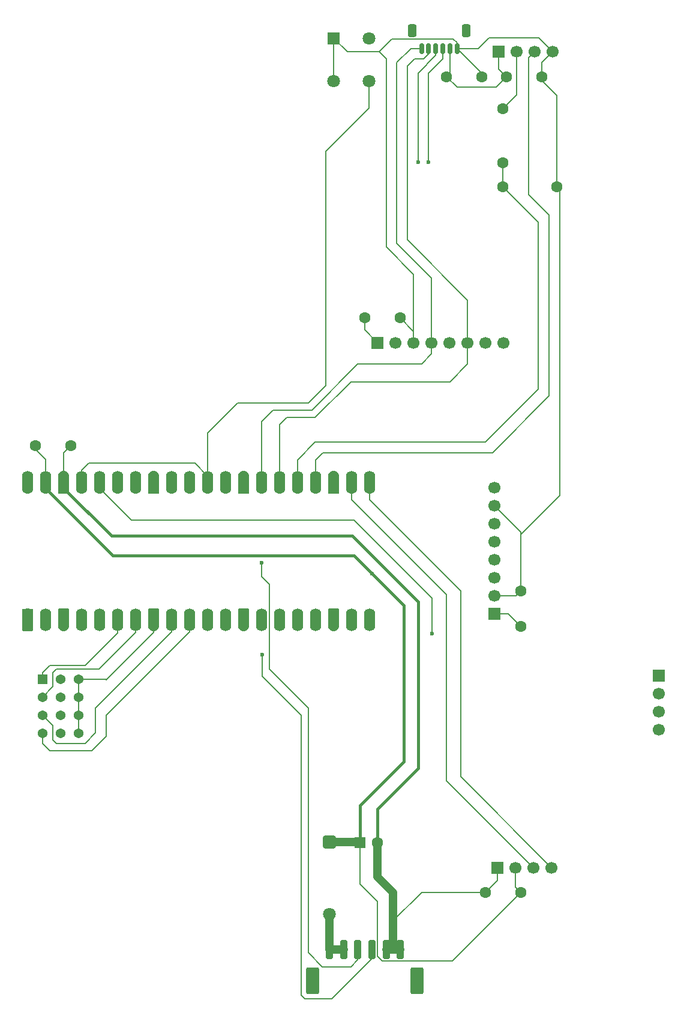
<source format=gbr>
%TF.GenerationSoftware,KiCad,Pcbnew,9.0.6*%
%TF.CreationDate,2025-12-22T22:41:28-05:00*%
%TF.ProjectId,TacoCopter_Flight_Controller,5461636f-436f-4707-9465-725f466c6967,rev?*%
%TF.SameCoordinates,Original*%
%TF.FileFunction,Copper,L1,Top*%
%TF.FilePolarity,Positive*%
%FSLAX46Y46*%
G04 Gerber Fmt 4.6, Leading zero omitted, Abs format (unit mm)*
G04 Created by KiCad (PCBNEW 9.0.6) date 2025-12-22 22:41:28*
%MOMM*%
%LPD*%
G01*
G04 APERTURE LIST*
G04 Aperture macros list*
%AMRoundRect*
0 Rectangle with rounded corners*
0 $1 Rounding radius*
0 $2 $3 $4 $5 $6 $7 $8 $9 X,Y pos of 4 corners*
0 Add a 4 corners polygon primitive as box body*
4,1,4,$2,$3,$4,$5,$6,$7,$8,$9,$2,$3,0*
0 Add four circle primitives for the rounded corners*
1,1,$1+$1,$2,$3*
1,1,$1+$1,$4,$5*
1,1,$1+$1,$6,$7*
1,1,$1+$1,$8,$9*
0 Add four rect primitives between the rounded corners*
20,1,$1+$1,$2,$3,$4,$5,0*
20,1,$1+$1,$4,$5,$6,$7,0*
20,1,$1+$1,$6,$7,$8,$9,0*
20,1,$1+$1,$8,$9,$2,$3,0*%
%AMFreePoly0*
4,1,37,0.800000,0.796148,0.878414,0.796148,1.032228,0.765552,1.177117,0.705537,1.307515,0.618408,1.418408,0.507515,1.505537,0.377117,1.565552,0.232228,1.596148,0.078414,1.596148,-0.078414,1.565552,-0.232228,1.505537,-0.377117,1.418408,-0.507515,1.307515,-0.618408,1.177117,-0.705537,1.032228,-0.765552,0.878414,-0.796148,0.800000,-0.796148,0.800000,-0.800000,-1.400000,-0.800000,
-1.403843,-0.796157,-1.439018,-0.796157,-1.511114,-0.766294,-1.566294,-0.711114,-1.596157,-0.639018,-1.596157,-0.603843,-1.600000,-0.600000,-1.600000,0.600000,-1.596157,0.603843,-1.596157,0.639018,-1.566294,0.711114,-1.511114,0.766294,-1.439018,0.796157,-1.403843,0.796157,-1.400000,0.800000,0.800000,0.800000,0.800000,0.796148,0.800000,0.796148,$1*%
%AMFreePoly1*
4,1,37,0.000000,0.796148,0.078414,0.796148,0.232228,0.765552,0.377117,0.705537,0.507515,0.618408,0.618408,0.507515,0.705537,0.377117,0.765552,0.232228,0.796148,0.078414,0.796148,-0.078414,0.765552,-0.232228,0.705537,-0.377117,0.618408,-0.507515,0.507515,-0.618408,0.377117,-0.705537,0.232228,-0.765552,0.078414,-0.796148,0.000000,-0.796148,0.000000,-0.800000,-0.600000,-0.800000,
-0.603843,-0.796157,-0.639018,-0.796157,-0.711114,-0.766294,-0.766294,-0.711114,-0.796157,-0.639018,-0.796157,-0.603843,-0.800000,-0.600000,-0.800000,0.600000,-0.796157,0.603843,-0.796157,0.639018,-0.766294,0.711114,-0.711114,0.766294,-0.639018,0.796157,-0.603843,0.796157,-0.600000,0.800000,0.000000,0.800000,0.000000,0.796148,0.000000,0.796148,$1*%
%AMFreePoly2*
4,1,37,0.603843,0.796157,0.639018,0.796157,0.711114,0.766294,0.766294,0.711114,0.796157,0.639018,0.796157,0.603843,0.800000,0.600000,0.800000,-0.600000,0.796157,-0.603843,0.796157,-0.639018,0.766294,-0.711114,0.711114,-0.766294,0.639018,-0.796157,0.603843,-0.796157,0.600000,-0.800000,0.000000,-0.800000,0.000000,-0.796148,-0.078414,-0.796148,-0.232228,-0.765552,-0.377117,-0.705537,
-0.507515,-0.618408,-0.618408,-0.507515,-0.705537,-0.377117,-0.765552,-0.232228,-0.796148,-0.078414,-0.796148,0.078414,-0.765552,0.232228,-0.705537,0.377117,-0.618408,0.507515,-0.507515,0.618408,-0.377117,0.705537,-0.232228,0.765552,-0.078414,0.796148,0.000000,0.796148,0.000000,0.800000,0.600000,0.800000,0.603843,0.796157,0.603843,0.796157,$1*%
%AMFreePoly3*
4,1,37,1.403843,0.796157,1.439018,0.796157,1.511114,0.766294,1.566294,0.711114,1.596157,0.639018,1.596157,0.603843,1.600000,0.600000,1.600000,-0.600000,1.596157,-0.603843,1.596157,-0.639018,1.566294,-0.711114,1.511114,-0.766294,1.439018,-0.796157,1.403843,-0.796157,1.400000,-0.800000,-0.800000,-0.800000,-0.800000,-0.796148,-0.878414,-0.796148,-1.032228,-0.765552,-1.177117,-0.705537,
-1.307515,-0.618408,-1.418408,-0.507515,-1.505537,-0.377117,-1.565552,-0.232228,-1.596148,-0.078414,-1.596148,0.078414,-1.565552,0.232228,-1.505537,0.377117,-1.418408,0.507515,-1.307515,0.618408,-1.177117,0.705537,-1.032228,0.765552,-0.878414,0.796148,-0.800000,0.796148,-0.800000,0.800000,1.400000,0.800000,1.403843,0.796157,1.403843,0.796157,$1*%
G04 Aperture macros list end*
%TA.AperFunction,ComponentPad*%
%ADD10R,1.700000X1.700000*%
%TD*%
%TA.AperFunction,ComponentPad*%
%ADD11C,1.700000*%
%TD*%
%TA.AperFunction,SMDPad,CuDef*%
%ADD12RoundRect,0.800000X0.000010X-0.800000X0.000010X0.800000X-0.000010X0.800000X-0.000010X-0.800000X0*%
%TD*%
%TA.AperFunction,ComponentPad*%
%ADD13C,1.600000*%
%TD*%
%TA.AperFunction,SMDPad,CuDef*%
%ADD14FreePoly0,90.000000*%
%TD*%
%TA.AperFunction,ComponentPad*%
%ADD15FreePoly1,90.000000*%
%TD*%
%TA.AperFunction,ComponentPad*%
%ADD16FreePoly2,90.000000*%
%TD*%
%TA.AperFunction,SMDPad,CuDef*%
%ADD17FreePoly3,90.000000*%
%TD*%
%TA.AperFunction,ComponentPad*%
%ADD18RoundRect,0.200000X0.600000X-0.600000X0.600000X0.600000X-0.600000X0.600000X-0.600000X-0.600000X0*%
%TD*%
%TA.AperFunction,ComponentPad*%
%ADD19RoundRect,0.250000X-0.550000X-0.550000X0.550000X-0.550000X0.550000X0.550000X-0.550000X0.550000X0*%
%TD*%
%TA.AperFunction,ComponentPad*%
%ADD20R,1.800000X1.800000*%
%TD*%
%TA.AperFunction,ComponentPad*%
%ADD21C,1.800000*%
%TD*%
%TA.AperFunction,SMDPad,CuDef*%
%ADD22RoundRect,0.250000X-0.250000X-1.100000X0.250000X-1.100000X0.250000X1.100000X-0.250000X1.100000X0*%
%TD*%
%TA.AperFunction,SMDPad,CuDef*%
%ADD23RoundRect,0.250000X-0.650000X-1.650000X0.650000X-1.650000X0.650000X1.650000X-0.650000X1.650000X0*%
%TD*%
%TA.AperFunction,ComponentPad*%
%ADD24R,1.370000X1.370000*%
%TD*%
%TA.AperFunction,ComponentPad*%
%ADD25C,1.370000*%
%TD*%
%TA.AperFunction,SMDPad,CuDef*%
%ADD26RoundRect,0.150000X-0.150000X-0.625000X0.150000X-0.625000X0.150000X0.625000X-0.150000X0.625000X0*%
%TD*%
%TA.AperFunction,SMDPad,CuDef*%
%ADD27RoundRect,0.250000X-0.350000X-0.650000X0.350000X-0.650000X0.350000X0.650000X-0.350000X0.650000X0*%
%TD*%
%TA.AperFunction,ComponentPad*%
%ADD28RoundRect,0.250000X-0.650000X0.650000X-0.650000X-0.650000X0.650000X-0.650000X0.650000X0.650000X0*%
%TD*%
%TA.AperFunction,ViaPad*%
%ADD29C,0.600000*%
%TD*%
%TA.AperFunction,Conductor*%
%ADD30C,0.200000*%
%TD*%
%TA.AperFunction,Conductor*%
%ADD31C,0.400000*%
%TD*%
%TA.AperFunction,Conductor*%
%ADD32C,1.200000*%
%TD*%
G04 APERTURE END LIST*
D10*
%TO.P,U1,1,VCC*%
%TO.N,+3V3*%
X157759637Y-108700000D03*
D11*
%TO.P,U1,2,GND*%
%TO.N,GND*%
X157759637Y-106160000D03*
%TO.P,U1,3,SCL*%
%TO.N,Net-(A1-GPIO15)*%
X157759637Y-103620000D03*
%TO.P,U1,4,SDA*%
%TO.N,Net-(A1-GPIO14)*%
X157759637Y-101080000D03*
%TO.P,U1,5,XDA*%
%TO.N,unconnected-(U1-XDA-Pad5)*%
X157759637Y-98540000D03*
%TO.P,U1,6,XCL*%
%TO.N,unconnected-(U1-XCL-Pad6)*%
X157759637Y-96000000D03*
%TO.P,U1,7,AD0*%
%TO.N,GND*%
X157759637Y-93460000D03*
%TO.P,U1,8,INT*%
%TO.N,unconnected-(U1-INT-Pad8)*%
X157759637Y-90920000D03*
%TD*%
D12*
%TO.P,A1,40,VBUS*%
%TO.N,unconnected-(A1-VBUS-Pad40)*%
X91900000Y-90200000D03*
D13*
X91900000Y-91000000D03*
D12*
%TO.P,A1,39,VSYS*%
%TO.N,VCC*%
X94440000Y-90200000D03*
D13*
X94440000Y-91000000D03*
D14*
%TO.P,A1,38,GND*%
%TO.N,GND*%
X96980000Y-90200000D03*
D15*
X96980000Y-91000000D03*
D12*
%TO.P,A1,37,3V3_EN*%
%TO.N,Net-(A1-3V3_EN)*%
X99520000Y-90200000D03*
D13*
X99520000Y-91000000D03*
D12*
%TO.P,A1,36,3V3*%
%TO.N,+3V3*%
X102060000Y-90200000D03*
D13*
X102060000Y-91000000D03*
D12*
%TO.P,A1,35,ADC_VREF*%
%TO.N,unconnected-(A1-ADC_VREF-Pad35)*%
X104600000Y-90200000D03*
D13*
X104600000Y-91000000D03*
D12*
%TO.P,A1,34,GPIO28_ADC2*%
%TO.N,unconnected-(A1-GPIO28_ADC2-Pad34)*%
X107140000Y-90200000D03*
D13*
X107140000Y-91000000D03*
D14*
%TO.P,A1,33,AGND*%
%TO.N,unconnected-(A1-AGND-Pad33)*%
X109680000Y-90200000D03*
D15*
X109680000Y-91000000D03*
D12*
%TO.P,A1,32,GPIO27_ADC1*%
%TO.N,unconnected-(A1-GPIO27_ADC1-Pad32)*%
X112220000Y-90200000D03*
D13*
X112220000Y-91000000D03*
D12*
%TO.P,A1,31,GPIO26_ADC0*%
%TO.N,unconnected-(A1-GPIO26_ADC0-Pad31)*%
X114760000Y-90200000D03*
D13*
X114760000Y-91000000D03*
D12*
%TO.P,A1,30,RUN*%
%TO.N,Net-(A1-3V3_EN)*%
X117300000Y-90200000D03*
D13*
X117300000Y-91000000D03*
D12*
%TO.P,A1,29,GPIO22*%
%TO.N,unconnected-(A1-GPIO22-Pad29)*%
X119840000Y-90200000D03*
D13*
X119840000Y-91000000D03*
D14*
%TO.P,A1,28,GND*%
%TO.N,GND*%
X122380000Y-90200000D03*
D15*
X122380000Y-91000000D03*
D12*
%TO.P,A1,27,GPIO21*%
%TO.N,/SCL 0*%
X124920000Y-90200000D03*
D13*
X124920000Y-91000000D03*
D12*
%TO.P,A1,26,GPIO20*%
%TO.N,/SDA 0*%
X127460000Y-90200000D03*
D13*
X127460000Y-91000000D03*
D12*
%TO.P,A1,25,GPIO19*%
%TO.N,Net-(A1-GPIO19)*%
X130000000Y-90200000D03*
D13*
X130000000Y-91000000D03*
D12*
%TO.P,A1,24,GPIO18*%
%TO.N,Net-(A1-GPIO18)*%
X132540000Y-90200000D03*
D13*
X132540000Y-91000000D03*
D14*
%TO.P,A1,23,GND*%
%TO.N,GND*%
X135080000Y-90200000D03*
D15*
X135080000Y-91000000D03*
D12*
%TO.P,A1,22,GPIO17*%
%TO.N,Net-(A1-GPIO17)*%
X137620000Y-90200000D03*
D13*
X137620000Y-91000000D03*
D12*
%TO.P,A1,21,GPIO16*%
%TO.N,Net-(A1-GPIO16)*%
X140160000Y-90200000D03*
D13*
X140160000Y-91000000D03*
%TO.P,A1,20,GPIO15*%
%TO.N,Net-(A1-GPIO15)*%
X140160000Y-108780000D03*
D12*
X140160000Y-109580000D03*
D13*
%TO.P,A1,19,GPIO14*%
%TO.N,Net-(A1-GPIO14)*%
X137620000Y-108780000D03*
D12*
X137620000Y-109580000D03*
D16*
%TO.P,A1,18,GND*%
%TO.N,GND*%
X135080000Y-108780000D03*
D17*
X135080000Y-109580000D03*
D13*
%TO.P,A1,17,GPIO13*%
%TO.N,unconnected-(A1-GPIO13-Pad17)*%
X132540000Y-108780000D03*
D12*
X132540000Y-109580000D03*
D13*
%TO.P,A1,16,GPIO12*%
%TO.N,unconnected-(A1-GPIO12-Pad16)*%
X130000000Y-108780000D03*
D12*
X130000000Y-109580000D03*
D13*
%TO.P,A1,15,GPIO11*%
%TO.N,unconnected-(A1-GPIO11-Pad15)*%
X127460000Y-108780000D03*
D12*
X127460000Y-109580000D03*
D13*
%TO.P,A1,14,GPIO10*%
%TO.N,unconnected-(A1-GPIO10-Pad14)*%
X124920000Y-108780000D03*
D12*
X124920000Y-109580000D03*
D16*
%TO.P,A1,13,GND*%
%TO.N,GND*%
X122380000Y-108780000D03*
D17*
X122380000Y-109580000D03*
D13*
%TO.P,A1,12,GPIO9*%
%TO.N,Net-(A1-GPIO9)*%
X119840000Y-108780000D03*
D12*
X119840000Y-109580000D03*
D13*
%TO.P,A1,11,GPIO8*%
%TO.N,Net-(A1-GPIO8)*%
X117300000Y-108780000D03*
D12*
X117300000Y-109580000D03*
D13*
%TO.P,A1,10,GPIO7*%
%TO.N,Net-(A1-GPIO7)*%
X114760000Y-108780000D03*
D12*
X114760000Y-109580000D03*
D13*
%TO.P,A1,9,GPIO6*%
%TO.N,Net-(A1-GPIO6)*%
X112220000Y-108780000D03*
D12*
X112220000Y-109580000D03*
D16*
%TO.P,A1,8,GND*%
%TO.N,GND*%
X109680000Y-108780000D03*
D17*
X109680000Y-109580000D03*
D13*
%TO.P,A1,7,GPIO5*%
%TO.N,Net-(A1-GPIO5)*%
X107140000Y-108780000D03*
D12*
X107140000Y-109580000D03*
D13*
%TO.P,A1,6,GPIO4*%
%TO.N,Net-(A1-GPIO4)*%
X104600000Y-108780000D03*
D12*
X104600000Y-109580000D03*
D13*
%TO.P,A1,5,GPIO3*%
%TO.N,Net-(A1-GPIO3)*%
X102060000Y-108780000D03*
D12*
X102060000Y-109580000D03*
D13*
%TO.P,A1,4,GPIO2*%
%TO.N,Net-(A1-GPIO2)*%
X99520000Y-108780000D03*
D12*
X99520000Y-109580000D03*
D16*
%TO.P,A1,3,GND*%
%TO.N,GND*%
X96980000Y-108780000D03*
D17*
X96980000Y-109580000D03*
D13*
%TO.P,A1,2,GPIO1*%
%TO.N,Net-(A1-GPIO1)*%
X94440000Y-108780000D03*
D12*
X94440000Y-109580000D03*
D18*
%TO.P,A1,1,GPIO0*%
%TO.N,Net-(A1-GPIO0)*%
X91900000Y-108780000D03*
D14*
X91900000Y-109580000D03*
%TD*%
D13*
%TO.P,C7,1*%
%TO.N,GND*%
X98000000Y-85000000D03*
%TO.P,C7,2*%
%TO.N,VCC*%
X93000000Y-85000000D03*
%TD*%
%TO.P,C6,1*%
%TO.N,GND*%
X156000000Y-33000000D03*
%TO.P,C6,2*%
%TO.N,VCC*%
X151000000Y-33000000D03*
%TD*%
%TO.P,C5,1*%
%TO.N,+3V3*%
X161500000Y-110500000D03*
%TO.P,C5,2*%
%TO.N,GND*%
X161500000Y-105500000D03*
%TD*%
%TO.P,C4,1*%
%TO.N,VCC*%
X161500000Y-148000000D03*
%TO.P,C4,2*%
%TO.N,GND*%
X156500000Y-148000000D03*
%TD*%
%TO.P,C3,1*%
%TO.N,GND*%
X164500000Y-33000000D03*
%TO.P,C3,2*%
%TO.N,VCC*%
X159500000Y-33000000D03*
%TD*%
D19*
%TO.P,C2,1*%
%TO.N,VCC*%
X138794888Y-141000000D03*
D13*
%TO.P,C2,2*%
%TO.N,GND*%
X141294888Y-141000000D03*
%TD*%
%TO.P,C1,1*%
%TO.N,GND*%
X144500000Y-67000000D03*
%TO.P,C1,2*%
%TO.N,+3V3*%
X139500000Y-67000000D03*
%TD*%
%TO.P,R1,1*%
%TO.N,Net-(J5-Pin_2)*%
X159000000Y-37500000D03*
%TO.P,R1,2*%
%TO.N,Net-(A1-GPIO19)*%
X159000000Y-45120000D03*
%TD*%
D20*
%TO.P,SW1,1,1*%
%TO.N,GND*%
X135077500Y-27577500D03*
D21*
%TO.P,SW1,2,2*%
%TO.N,Net-(A1-3V3_EN)*%
X140077500Y-27577500D03*
%TO.P,SW1,3,3*%
%TO.N,GND*%
X135077500Y-33577500D03*
%TO.P,SW1,4,4*%
%TO.N,Net-(A1-3V3_EN)*%
X140077500Y-33577500D03*
%TD*%
D10*
%TO.P,J4,1,Pin_1*%
%TO.N,Net-(A1-GPIO3)*%
X181000000Y-117460000D03*
D11*
%TO.P,J4,2,Pin_2*%
%TO.N,Net-(A1-GPIO2)*%
X181000000Y-120000000D03*
%TO.P,J4,3,Pin_3*%
%TO.N,Net-(A1-GPIO1)*%
X181000000Y-122540000D03*
%TO.P,J4,4,Pin_4*%
%TO.N,Net-(A1-GPIO0)*%
X181000000Y-125080000D03*
%TD*%
D22*
%TO.P,J1,1*%
%TO.N,Net-(D1-A)*%
X134500000Y-156000000D03*
%TO.P,J1,2*%
X136500000Y-156000000D03*
%TO.P,J1,3*%
%TO.N,/SCL 0*%
X138500000Y-156000000D03*
%TO.P,J1,4*%
%TO.N,/SDA 0*%
X140500000Y-156000000D03*
%TO.P,J1,5*%
%TO.N,GND*%
X142500000Y-156000000D03*
%TO.P,J1,6*%
X144500000Y-156000000D03*
D23*
%TO.P,J1,MP*%
%TO.N,N/C*%
X132150000Y-160450000D03*
X146850000Y-160450000D03*
%TD*%
D24*
%TO.P,J2,01,01*%
%TO.N,Net-(A1-GPIO4)*%
X94000000Y-117920000D03*
D25*
%TO.P,J2,02,02*%
%TO.N,unconnected-(J2-Pad02)*%
X96540000Y-117920000D03*
%TO.P,J2,03,03*%
%TO.N,GND*%
X99080000Y-117920000D03*
%TO.P,J2,04,04*%
%TO.N,Net-(A1-GPIO5)*%
X94000000Y-120460000D03*
%TO.P,J2,05,05*%
%TO.N,unconnected-(J2-Pad05)*%
X96540000Y-120460000D03*
%TO.P,J2,06,06*%
%TO.N,GND*%
X99080000Y-120460000D03*
%TO.P,J2,07,07*%
%TO.N,Net-(A1-GPIO6)*%
X94000000Y-123000000D03*
%TO.P,J2,08,08*%
%TO.N,unconnected-(J2-Pad08)*%
X96540000Y-123000000D03*
%TO.P,J2,09,09*%
%TO.N,GND*%
X99080000Y-123000000D03*
%TO.P,J2,10,10*%
%TO.N,Net-(A1-GPIO7)*%
X94000000Y-125540000D03*
%TO.P,J2,11,11*%
%TO.N,unconnected-(J2-Pad11)*%
X96540000Y-125540000D03*
%TO.P,J2,12,12*%
%TO.N,GND*%
X99080000Y-125540000D03*
%TD*%
D10*
%TO.P,J6,1,Pin_1*%
%TO.N,GND*%
X158190000Y-144500000D03*
D11*
%TO.P,J6,2,Pin_2*%
%TO.N,VCC*%
X160730000Y-144500000D03*
%TO.P,J6,3,Pin_3*%
%TO.N,Net-(A1-GPIO17)*%
X163270000Y-144500000D03*
%TO.P,J6,4,Pin_4*%
%TO.N,Net-(A1-GPIO16)*%
X165810000Y-144500000D03*
%TD*%
D10*
%TO.P,U2,1,VIN*%
%TO.N,+3V3*%
X141300000Y-70500000D03*
D11*
%TO.P,U2,2,3Vo*%
%TO.N,unconnected-(U2-3Vo-Pad2)*%
X143840000Y-70500000D03*
%TO.P,U2,3,GND*%
%TO.N,GND*%
X146380000Y-70500000D03*
%TO.P,U2,4,SCL*%
%TO.N,/SCL 0*%
X148920000Y-70500000D03*
%TO.P,U2,5,SDO*%
%TO.N,unconnected-(U2-SDO-Pad5)*%
X151460000Y-70500000D03*
%TO.P,U2,6,SDA*%
%TO.N,/SDA 0*%
X154000000Y-70500000D03*
%TO.P,U2,7,CS*%
%TO.N,unconnected-(U2-CS-Pad7)*%
X156540000Y-70500000D03*
%TO.P,U2,8,INT*%
%TO.N,unconnected-(U2-INT-Pad8)*%
X159080000Y-70500000D03*
%TD*%
D26*
%TO.P,J3,1,Pin_1*%
%TO.N,/SCL 0*%
X147500000Y-29000000D03*
%TO.P,J3,2,Pin_2*%
%TO.N,/SDA 0*%
X148500000Y-29000000D03*
%TO.P,J3,3,Pin_3*%
%TO.N,Net-(A1-GPIO8)*%
X149500000Y-29000000D03*
%TO.P,J3,4,Pin_4*%
%TO.N,Net-(A1-GPIO9)*%
X150500000Y-29000000D03*
%TO.P,J3,5,Pin_5*%
%TO.N,VCC*%
X151500000Y-29000000D03*
%TO.P,J3,6,Pin_6*%
%TO.N,GND*%
X152500000Y-29000000D03*
D27*
%TO.P,J3,MP*%
%TO.N,N/C*%
X146200000Y-26475000D03*
X153800000Y-26475000D03*
%TD*%
D28*
%TO.P,D1,1,K*%
%TO.N,VCC*%
X134500000Y-140920000D03*
D21*
%TO.P,D1,2,A*%
%TO.N,Net-(D1-A)*%
X134500000Y-151080000D03*
%TD*%
D13*
%TO.P,R2,1*%
%TO.N,GND*%
X166620000Y-48550000D03*
%TO.P,R2,2*%
%TO.N,Net-(A1-GPIO19)*%
X159000000Y-48550000D03*
%TD*%
D10*
%TO.P,J5,1,Pin_1*%
%TO.N,VCC*%
X158380000Y-29500000D03*
D11*
%TO.P,J5,2,Pin_2*%
%TO.N,Net-(J5-Pin_2)*%
X160920000Y-29500000D03*
%TO.P,J5,3,Pin_3*%
%TO.N,Net-(A1-GPIO18)*%
X163460000Y-29500000D03*
%TO.P,J5,4,Pin_4*%
%TO.N,GND*%
X166000000Y-29500000D03*
%TD*%
D29*
%TO.N,+3V3*%
X149000000Y-111500000D03*
%TO.N,VCC*%
X140500000Y-103000000D03*
%TO.N,Net-(A1-GPIO9)*%
X148500000Y-45000000D03*
%TO.N,Net-(A1-GPIO8)*%
X147000000Y-45000000D03*
%TO.N,/SDA 0*%
X125000000Y-114500000D03*
%TO.N,/SCL 0*%
X124920000Y-101500000D03*
%TD*%
D30*
%TO.N,Net-(A1-3V3_EN)*%
X140077500Y-33577500D02*
X140077500Y-37422500D01*
X140077500Y-37422500D02*
X134000000Y-43500000D01*
X117300000Y-83200000D02*
X117300000Y-90200000D01*
X134000000Y-76500000D02*
X131500000Y-79000000D01*
X134000000Y-43500000D02*
X134000000Y-76500000D01*
X131500000Y-79000000D02*
X121500000Y-79000000D01*
X121500000Y-79000000D02*
X117300000Y-83200000D01*
%TO.N,VCC*%
X151000000Y-33000000D02*
X152500000Y-34500000D01*
X152500000Y-34500000D02*
X158000000Y-34500000D01*
X158000000Y-34500000D02*
X159500000Y-33000000D01*
%TO.N,+3V3*%
X102060000Y-91000000D02*
X106560000Y-95500000D01*
X106560000Y-95500000D02*
X138000000Y-95500000D01*
X149000000Y-106500000D02*
X149000000Y-111500000D01*
X138000000Y-95500000D02*
X149000000Y-106500000D01*
%TO.N,Net-(A1-GPIO17)*%
X137620000Y-91000000D02*
X137620000Y-92620000D01*
X137620000Y-92620000D02*
X151000000Y-106000000D01*
X151000000Y-106000000D02*
X151000000Y-132230000D01*
X151000000Y-132230000D02*
X163270000Y-144500000D01*
D31*
%TO.N,GND*%
X103719000Y-97739000D02*
X137739000Y-97739000D01*
X137739000Y-97739000D02*
X147000000Y-107000000D01*
X96980000Y-91000000D02*
X103719000Y-97739000D01*
X147000000Y-107000000D02*
X147000000Y-130500000D01*
X147000000Y-130500000D02*
X141294888Y-136205112D01*
X141294888Y-136205112D02*
X141294888Y-141000000D01*
%TO.N,VCC*%
X140500000Y-103000000D02*
X145000000Y-107500000D01*
X145000000Y-107500000D02*
X145000000Y-129500000D01*
X145000000Y-129500000D02*
X138794888Y-135705112D01*
X140500000Y-103000000D02*
X138000000Y-100500000D01*
X138000000Y-100500000D02*
X103940000Y-100500000D01*
X103940000Y-100500000D02*
X94440000Y-91000000D01*
X138794888Y-135705112D02*
X138794888Y-141000000D01*
D30*
%TO.N,+3V3*%
X139500000Y-67000000D02*
X139500000Y-68700000D01*
X139500000Y-68700000D02*
X141300000Y-70500000D01*
%TO.N,GND*%
X146380000Y-60880000D02*
X146380000Y-68880000D01*
X144500000Y-67000000D02*
X146380000Y-68880000D01*
X141500000Y-29500000D02*
X142500000Y-30500000D01*
X142500000Y-30500000D02*
X142500000Y-57000000D01*
X142500000Y-57000000D02*
X146380000Y-60880000D01*
X146380000Y-68880000D02*
X146380000Y-70500000D01*
%TO.N,/SCL 0*%
X147500000Y-29000000D02*
X146000000Y-29000000D01*
X146000000Y-29000000D02*
X144000000Y-31000000D01*
X144000000Y-31000000D02*
X144000000Y-56500000D01*
X144000000Y-56500000D02*
X148920000Y-61420000D01*
X148920000Y-61420000D02*
X148920000Y-70500000D01*
%TO.N,/SDA 0*%
X148500000Y-29000000D02*
X148500000Y-29774999D01*
X148500000Y-29774999D02*
X147774999Y-30500000D01*
X145500000Y-31500000D02*
X145500000Y-56000000D01*
X154000000Y-64500000D02*
X154000000Y-70500000D01*
X147774999Y-30500000D02*
X146500000Y-30500000D01*
X146500000Y-30500000D02*
X145500000Y-31500000D01*
X145500000Y-56000000D02*
X154000000Y-64500000D01*
X154000000Y-70500000D02*
X154000000Y-73500000D01*
X154000000Y-73500000D02*
X151500000Y-76000000D01*
X132500000Y-81000000D02*
X128500000Y-81000000D01*
X151500000Y-76000000D02*
X137500000Y-76000000D01*
X137500000Y-76000000D02*
X132500000Y-81000000D01*
X128500000Y-81000000D02*
X127460000Y-82040000D01*
X127460000Y-82040000D02*
X127460000Y-90200000D01*
%TO.N,/SCL 0*%
X148920000Y-70500000D02*
X148920000Y-72080000D01*
X148920000Y-72080000D02*
X147500000Y-73500000D01*
X138500000Y-73500000D02*
X132000000Y-80000000D01*
X132000000Y-80000000D02*
X126500000Y-80000000D01*
X147500000Y-73500000D02*
X138500000Y-73500000D01*
X126500000Y-80000000D02*
X124920000Y-81580000D01*
X124920000Y-81580000D02*
X124920000Y-90200000D01*
%TO.N,GND*%
X161500000Y-97500000D02*
X167000000Y-92000000D01*
X167000000Y-92000000D02*
X167000000Y-48930000D01*
X167000000Y-48930000D02*
X166620000Y-48550000D01*
%TO.N,Net-(A1-GPIO19)*%
X130000000Y-90200000D02*
X130000000Y-87000000D01*
X130000000Y-87000000D02*
X132500000Y-84500000D01*
X163950000Y-77050000D02*
X163950000Y-53500000D01*
X132500000Y-84500000D02*
X156500000Y-84500000D01*
X156500000Y-84500000D02*
X163950000Y-77050000D01*
X163950000Y-53500000D02*
X159000000Y-48550000D01*
%TO.N,Net-(A1-GPIO18)*%
X165500000Y-52500000D02*
X165500000Y-78000000D01*
X163460000Y-29500000D02*
X162610000Y-30350000D01*
X162610000Y-30350000D02*
X162610000Y-49610000D01*
X165500000Y-78000000D02*
X157500000Y-86000000D01*
X162610000Y-49610000D02*
X165500000Y-52500000D01*
X157500000Y-86000000D02*
X153500000Y-86000000D01*
X153500000Y-86000000D02*
X133540000Y-86000000D01*
X133540000Y-86000000D02*
X132540000Y-87000000D01*
X132540000Y-87000000D02*
X132540000Y-90200000D01*
%TO.N,GND*%
X161500000Y-97500000D02*
X161500000Y-97200363D01*
%TO.N,/SCL 0*%
X124920000Y-101500000D02*
X124920000Y-103420000D01*
X126021000Y-104521000D02*
X126021000Y-116521000D01*
X124920000Y-103420000D02*
X126021000Y-104521000D01*
X126021000Y-116521000D02*
X131500000Y-122000000D01*
X131500000Y-156500000D02*
X133500000Y-158500000D01*
X133500000Y-158500000D02*
X137500000Y-158500000D01*
X137500000Y-158500000D02*
X138500000Y-157500000D01*
X131500000Y-122000000D02*
X131500000Y-156500000D01*
X138500000Y-157500000D02*
X138500000Y-156000000D01*
%TO.N,Net-(A1-GPIO9)*%
X148500000Y-32500000D02*
X148500000Y-45000000D01*
%TO.N,Net-(A1-GPIO8)*%
X147000000Y-32500000D02*
X147000000Y-45000000D01*
%TO.N,Net-(A1-GPIO9)*%
X150500000Y-30500000D02*
X148500000Y-32500000D01*
X150500000Y-29000000D02*
X150500000Y-30500000D01*
%TO.N,Net-(A1-GPIO8)*%
X148000000Y-31500000D02*
X147000000Y-32500000D01*
X148500000Y-31000000D02*
X148000000Y-31500000D01*
X149500000Y-29000000D02*
X149500000Y-30000000D01*
X149500000Y-30000000D02*
X148500000Y-31000000D01*
%TO.N,GND*%
X161500000Y-105500000D02*
X161500000Y-97500000D01*
X161500000Y-97200363D02*
X157759637Y-93460000D01*
%TO.N,Net-(A1-3V3_EN)*%
X99520000Y-91000000D02*
X99520000Y-88480000D01*
X99520000Y-88480000D02*
X100500000Y-87500000D01*
X100500000Y-87500000D02*
X115500000Y-87500000D01*
X115500000Y-87500000D02*
X117300000Y-89300000D01*
X117300000Y-89300000D02*
X117300000Y-91000000D01*
%TO.N,Net-(A1-GPIO19)*%
X159000000Y-45120000D02*
X159000000Y-48550000D01*
%TO.N,Net-(J5-Pin_2)*%
X160920000Y-29500000D02*
X160920000Y-35580000D01*
X160920000Y-35580000D02*
X159000000Y-37500000D01*
%TO.N,GND*%
X152500000Y-29000000D02*
X155500000Y-29000000D01*
X155500000Y-29000000D02*
X157000000Y-27500000D01*
X157000000Y-27500000D02*
X164000000Y-27500000D01*
X164000000Y-27500000D02*
X166000000Y-29500000D01*
X164500000Y-33000000D02*
X164500000Y-33500000D01*
X164500000Y-33500000D02*
X166620000Y-35620000D01*
X166620000Y-35620000D02*
X166620000Y-48550000D01*
X151950999Y-27676000D02*
X143324000Y-27676000D01*
X137000000Y-29500000D02*
X135077500Y-27577500D01*
X152500000Y-28225001D02*
X151950999Y-27676000D01*
X152500000Y-29000000D02*
X152500000Y-28225001D01*
X141500000Y-29500000D02*
X137000000Y-29500000D01*
X143324000Y-27676000D02*
X141500000Y-29500000D01*
X135077500Y-27577500D02*
X135077500Y-33577500D01*
%TO.N,Net-(A1-GPIO16)*%
X165810000Y-144500000D02*
X153000000Y-131690000D01*
X153000000Y-131690000D02*
X153000000Y-105500000D01*
X153000000Y-105500000D02*
X140160000Y-92660000D01*
X140160000Y-92660000D02*
X140160000Y-91000000D01*
%TO.N,VCC*%
X161500000Y-148000000D02*
X151849000Y-157651000D01*
X151849000Y-157651000D02*
X141952000Y-157651000D01*
X141952000Y-157651000D02*
X141301000Y-157000000D01*
X141301000Y-157000000D02*
X141301000Y-149301000D01*
X141301000Y-149301000D02*
X138794888Y-146794888D01*
X138794888Y-146794888D02*
X138794888Y-141000000D01*
D32*
%TO.N,GND*%
X143500000Y-148000000D02*
X143500000Y-152000000D01*
D30*
X156500000Y-148000000D02*
X147500000Y-148000000D01*
X147500000Y-148000000D02*
X143500000Y-152000000D01*
%TO.N,VCC*%
X160730000Y-144500000D02*
X160730000Y-147230000D01*
X160730000Y-147230000D02*
X161500000Y-148000000D01*
%TO.N,GND*%
X158190000Y-144500000D02*
X158190000Y-146310000D01*
X158190000Y-146310000D02*
X156500000Y-148000000D01*
%TO.N,/SDA 0*%
X134850000Y-163000000D02*
X132000000Y-163000000D01*
X131000000Y-163000000D02*
X130500000Y-162500000D01*
X130500000Y-162500000D02*
X130500000Y-123000000D01*
X140500000Y-157350000D02*
X134850000Y-163000000D01*
X132000000Y-163000000D02*
X131000000Y-163000000D01*
X130500000Y-123000000D02*
X125000000Y-117500000D01*
X125000000Y-117500000D02*
X125000000Y-114500000D01*
X140500000Y-156000000D02*
X140500000Y-157350000D01*
%TO.N,+3V3*%
X157759637Y-108700000D02*
X159700000Y-108700000D01*
X159700000Y-108700000D02*
X161500000Y-110500000D01*
%TO.N,GND*%
X157759637Y-106160000D02*
X160840000Y-106160000D01*
X160840000Y-106160000D02*
X161500000Y-105500000D01*
X96980000Y-90200000D02*
X96980000Y-86020000D01*
X96980000Y-86020000D02*
X98000000Y-85000000D01*
%TO.N,VCC*%
X93000000Y-85000000D02*
X93000000Y-85500000D01*
X93000000Y-85500000D02*
X94440000Y-86940000D01*
X94440000Y-86940000D02*
X94440000Y-90200000D01*
%TO.N,Net-(A1-GPIO4)*%
X94000000Y-117000000D02*
X94000000Y-117920000D01*
X104600000Y-111400000D02*
X100000000Y-116000000D01*
X95000000Y-116000000D02*
X94000000Y-117000000D01*
%TO.N,Net-(A1-GPIO5)*%
X95500000Y-117000000D02*
X95500000Y-118960000D01*
X107140000Y-111360000D02*
X102000000Y-116500000D01*
%TO.N,Net-(A1-GPIO4)*%
X100000000Y-116000000D02*
X95000000Y-116000000D01*
%TO.N,Net-(A1-GPIO5)*%
X95500000Y-118960000D02*
X94000000Y-120460000D01*
X96000000Y-116500000D02*
X95500000Y-117000000D01*
X102000000Y-116500000D02*
X96000000Y-116500000D01*
%TO.N,GND*%
X99080000Y-125540000D02*
X99080000Y-117920000D01*
X103000000Y-118000000D02*
X102920000Y-117920000D01*
X109680000Y-111320000D02*
X103000000Y-118000000D01*
X102920000Y-117920000D02*
X99080000Y-117920000D01*
%TO.N,Net-(A1-GPIO7)*%
X95000000Y-128000000D02*
X94000000Y-127000000D01*
%TO.N,Net-(A1-GPIO6)*%
X96000000Y-127000000D02*
X95500000Y-126500000D01*
%TO.N,Net-(A1-GPIO7)*%
X101000000Y-128000000D02*
X95000000Y-128000000D01*
%TO.N,Net-(A1-GPIO6)*%
X112220000Y-111280000D02*
X101500000Y-122000000D01*
X95500000Y-124500000D02*
X94000000Y-123000000D01*
%TO.N,Net-(A1-GPIO7)*%
X114760000Y-111240000D02*
X103000000Y-123000000D01*
X94000000Y-127000000D02*
X94000000Y-125540000D01*
%TO.N,Net-(A1-GPIO6)*%
X101500000Y-122000000D02*
X101500000Y-125500000D01*
%TO.N,Net-(A1-GPIO7)*%
X103000000Y-126000000D02*
X101000000Y-128000000D01*
X103000000Y-123000000D02*
X103000000Y-126000000D01*
%TO.N,Net-(A1-GPIO6)*%
X101500000Y-125500000D02*
X100000000Y-127000000D01*
X100000000Y-127000000D02*
X96000000Y-127000000D01*
X95500000Y-126500000D02*
X95500000Y-124500000D01*
%TO.N,VCC*%
X151500000Y-29000000D02*
X151500000Y-32500000D01*
X151500000Y-32500000D02*
X151000000Y-33000000D01*
%TO.N,GND*%
X152500000Y-29000000D02*
X156000000Y-32500000D01*
X156000000Y-32500000D02*
X156000000Y-33000000D01*
X164500000Y-33000000D02*
X164500000Y-31000000D01*
X164500000Y-31000000D02*
X166000000Y-29500000D01*
%TO.N,VCC*%
X158380000Y-29500000D02*
X158380000Y-31880000D01*
X158380000Y-31880000D02*
X159500000Y-33000000D01*
%TO.N,Net-(A1-GPIO7)*%
X114760000Y-109580000D02*
X114760000Y-111240000D01*
%TO.N,Net-(A1-GPIO6)*%
X112220000Y-109580000D02*
X112220000Y-111280000D01*
%TO.N,GND*%
X109680000Y-109580000D02*
X109680000Y-111320000D01*
%TO.N,Net-(A1-GPIO5)*%
X107140000Y-109580000D02*
X107140000Y-111360000D01*
%TO.N,Net-(A1-GPIO4)*%
X104600000Y-109580000D02*
X104600000Y-111400000D01*
D32*
%TO.N,GND*%
X141294888Y-145794888D02*
X143500000Y-148000000D01*
X141294888Y-141000000D02*
X141294888Y-145794888D01*
X144500000Y-156000000D02*
X143500000Y-156000000D01*
X143500000Y-152000000D02*
X143500000Y-156000000D01*
%TO.N,VCC*%
X134500000Y-140920000D02*
X138714888Y-140920000D01*
X138714888Y-140920000D02*
X138794888Y-141000000D01*
%TO.N,Net-(D1-A)*%
X134500000Y-156000000D02*
X134500000Y-151080000D01*
X134500000Y-156000000D02*
X136500000Y-156000000D01*
%TO.N,GND*%
X143500000Y-156000000D02*
X142500000Y-156000000D01*
%TD*%
M02*

</source>
